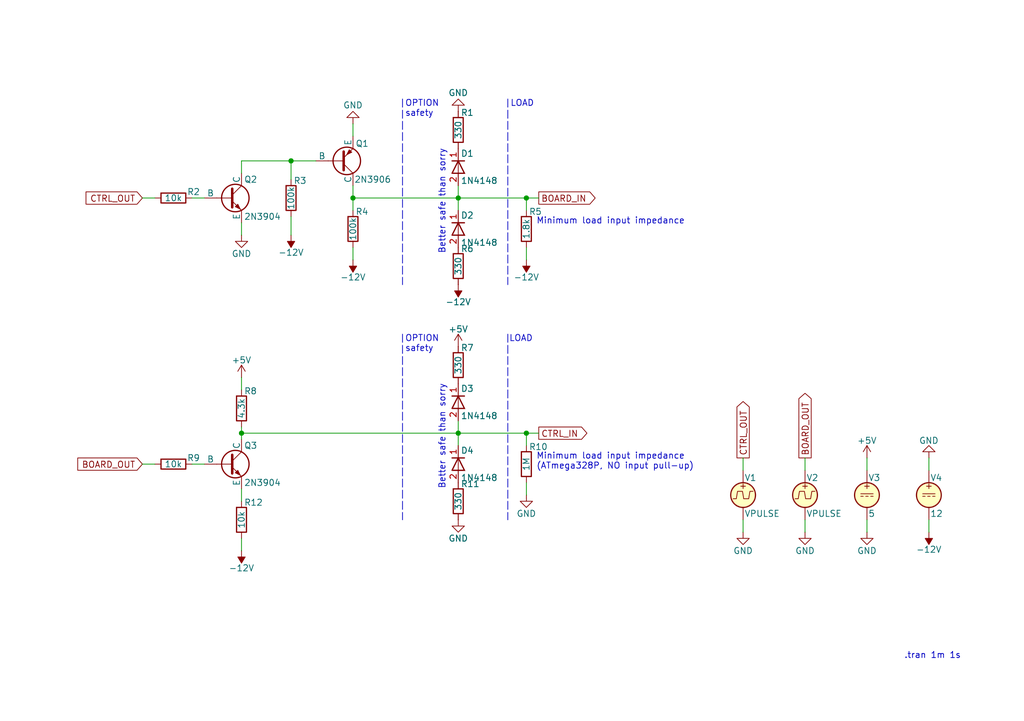
<source format=kicad_sch>
(kicad_sch (version 20250114) (generator "eeschema") (generator_version "9.0")
  (paper "A5")
  (title_block (title "Bipolar inverter") (date "2025-09-11") (rev "1.0") (comment 1 "Copyright (c) 2025 by Filip Pynckels & Robin Pynckels"))
  (lib_symbols
    (symbol "Device:R" (pin_numbers (hide yes)) (pin_names (offset 0))
      (property "Reference" "R" (at 2.032 0 90))
      (property "Value" "R" (at 0 0 90))
      (symbol "R_0_1"
        (rectangle (start -1.016 -2.54) (end 1.016 2.54) (stroke (width 0.254)))
      )
      (symbol "R_1_1"
        (pin passive line (at 0 3.81 270) (length 1.27) (name "~") (number "1"))
        (pin passive line (at 0 -3.81 90) (length 1.27) (name "~") (number "2"))
      )
    )
    (symbol "Simulation_SPICE:D" (pin_names (offset 1.016) (hide yes))
      (property "Reference" "D" (at 0 2.54 0))
      (property "Value" "D" (at 0 -2.54 0))
      (symbol "D_0_1"
        (polyline (pts (xy -1.27 1.27) (xy -1.27 -1.27)) (stroke (width 0.254)))
        (polyline (pts (xy 1.27 1.27) (xy 1.27 -1.27) (xy -1.27 0) (xy 1.27 1.27)) (stroke (width 0.254)))
        (polyline (pts (xy 1.27 0) (xy -1.27 0)))
      )
      (symbol "D_1_1"
        (pin passive line (at -3.81 0 0) (length 2.54) (name "K") (number "1"))
        (pin passive line (at 3.81 0 180) (length 2.54) (name "A") (number "2"))
      )
    )
    (symbol "Simulation_SPICE:NPN" (pin_numbers (hide yes)) (pin_names (offset 0))
      (property "Reference" "Q" (at -2.54 7.62 0))
      (property "Value" "NPN" (at -2.54 5.08 0))
      (symbol "NPN_0_1"
        (polyline (pts (xy -2.54 0) (xy 0.635 0)) (stroke (width 0.1524)))
        (polyline (pts (xy 0.635 1.905) (xy 0.635 -1.905) (xy 0.635 -1.905)) (stroke (width 0.508)))
        (polyline (pts (xy 0.635 0.635) (xy 2.54 2.54)))
        (polyline (pts (xy 0.635 -0.635) (xy 2.54 -2.54) (xy 2.54 -2.54)))
        (circle (center 1.27 0) (radius 2.8194) (stroke (width 0.254)))
        (polyline (pts (xy 1.27 -1.778) (xy 1.778 -1.27) (xy 2.286 -2.286) (xy 1.27 -1.778) (xy 1.27 -1.778)) (fill (type outline)))
        (polyline (pts (xy 2.794 -1.27) (xy 2.794 -1.27)) (stroke (width 0.1524)))
        (polyline (pts (xy 2.794 -1.27) (xy 2.794 -1.27)) (stroke (width 0.1524)))
      )
      (symbol "NPN_1_1"
        (pin input line (at -5.08 0 0) (length 2.54) (name "B") (number "2"))
        (pin open_collector line (at 2.54 5.08 270) (length 2.54) (name "C") (number "1"))
        (pin open_emitter line (at 2.54 -5.08 90) (length 2.54) (name "E") (number "3"))
      )
    )
    (symbol "Simulation_SPICE:PNP" (pin_numbers (hide yes)) (pin_names (offset 0))
      (property "Reference" "Q" (at -2.54 7.62 0))
      (property "Value" "PNP" (at -2.54 5.08 0))
      (symbol "PNP_0_1"
        (polyline (pts (xy -2.54 0) (xy 0.635 0)) (stroke (width 0.1524)))
        (polyline (pts (xy 0.635 1.905) (xy 0.635 -1.905) (xy 0.635 -1.905)) (stroke (width 0.508)))
        (polyline (pts (xy 0.635 0.635) (xy 2.54 2.54)))
        (polyline (pts (xy 0.635 -0.635) (xy 2.54 -2.54) (xy 2.54 -2.54)))
        (circle (center 1.27 0) (radius 2.8194) (stroke (width 0.254)))
        (polyline (pts (xy 2.286 -1.778) (xy 1.778 -2.286) (xy 1.27 -1.27) (xy 2.286 -1.778) (xy 2.286 -1.778)) (fill (type outline)))
      )
      (symbol "PNP_1_1"
        (pin input line (at -5.08 0 0) (length 2.54) (name "B") (number "2"))
        (pin open_collector line (at 2.54 5.08 270) (length 2.54) (name "C") (number "1"))
        (pin open_emitter line (at 2.54 -5.08 90) (length 2.54) (name "E") (number "3"))
      )
    )
    (symbol "Simulation_SPICE:VDC" (pin_numbers (hide yes)) (pin_names (offset 0.0254))
      (property "Reference" "V" (at 2.54 2.54 0))
      (property "Value" "1" (at 2.54 0 0))
      (symbol "VDC_0_0"
        (polyline (pts (xy -1.27 0.254) (xy 1.27 0.254)))
        (polyline (pts (xy -0.762 -0.254) (xy -1.27 -0.254)))
        (polyline (pts (xy 0.254 -0.254) (xy -0.254 -0.254)))
        (polyline (pts (xy 1.27 -0.254) (xy 0.762 -0.254)))
        (text "+" (at 0 1.905 0) (effects (font (size 1.27 1.27))))
      )
      (symbol "VDC_0_1"
        (circle (center 0 0) (radius 2.54) (stroke (width 0.254)) (fill (type background)))
      )
      (symbol "VDC_1_1"
        (pin passive line (at 0 5.08 270) (length 2.54) (name "~") (number "1"))
        (pin passive line (at 0 -5.08 90) (length 2.54) (name "~") (number "2"))
      )
    )
    (symbol "Simulation_SPICE:VPULSE" (pin_numbers (hide yes)) (pin_names (offset 0.0254))
      (property "Reference" "V" (at 2.54 2.54 0))
      (property "Value" "VPULSE" (at 2.54 0 0))
      (property "Sim.Params" "y1=0 y2=1 td=2n tr=2n tf=2n tw=50n per=100n" (at 2.54 -2.54 0))
      (symbol "VPULSE_0_0"
        (polyline (pts (xy -2.032 -0.762) (xy -1.397 -0.762) (xy -1.143 0.762) (xy -0.127 0.762) (xy 0.127 -0.762) (xy 1.143 -0.762) (xy 1.397 0.762) (xy 2.032 0.762)))
        (text "+" (at 0 1.905 0) (effects (font (size 1.27 1.27))))
      )
      (symbol "VPULSE_0_1"
        (circle (center 0 0) (radius 2.54) (stroke (width 0.254)) (fill (type background)))
      )
      (symbol "VPULSE_1_1"
        (pin passive line (at 0 5.08 270) (length 2.54) (name "~") (number "1"))
        (pin passive line (at 0 -5.08 90) (length 2.54) (name "~") (number "2"))
      )
    )
    (symbol "power:+5V" (power) (pin_numbers (hide yes)) (pin_names (offset 0) (hide yes))
      (property "Value" "+5V" (at 0 3.556 0))
      (symbol "+5V_0_1"
        (polyline (pts (xy -0.762 1.27) (xy 0 2.54)))
        (polyline (pts (xy 0 2.54) (xy 0.762 1.27)))
        (polyline (pts (xy 0 0) (xy 0 2.54)))
      )
      (symbol "+5V_1_1"
        (pin power_in line (at 0 0 90) (length 0) (name "~") (number "1"))
      )
    )
    (symbol "power:-12V" (power) (pin_numbers (hide yes)) (pin_names (offset 0) (hide yes))
      (property "Value" "-12V" (at 0 3.556 0))
      (symbol "-12V_0_0"
        (pin power_in line (at 0 0 90) (length 0) (name "~") (number "1"))
      )
      (symbol "-12V_0_1"
        (polyline (pts (xy 0 0) (xy 0 1.27) (xy 0.762 1.27) (xy 0 2.54) (xy -0.762 1.27) (xy 0 1.27)) (fill (type outline)))
      )
    )
    (symbol "power:GND" (power) (pin_numbers (hide yes)) (pin_names (offset 0) (hide yes))
      (property "Value" "GND" (at 0 -3.81 0))
      (symbol "GND_0_1"
        (polyline (pts (xy 0 0) (xy 0 -1.27) (xy 1.27 -1.27) (xy 0 -2.54) (xy -1.27 -1.27) (xy 0 -1.27)))
      )
      (symbol "GND_1_1"
        (pin power_in line (at 0 0 270) (length 0) (name "~") (number "1"))
      )
    )
  )
  (text "Better safe than sorry" (at 90.678 41.402 90) (effects (font (size 1.27 1.27))))
  (text ".tran 1m 1s" (at 191.262 134.62 0) (effects (font (size 1.27 1.27))))
  (text "OPTION\nsafety" (at 83.058 20.574 0) (effects (font (size 1.27 1.27)) (justify left top)))
  (text "LOAD" (at 104.648 20.574 0) (effects (font (size 1.27 1.27)) (justify left top)))
  (text "Minimum load input impedance\n(ATmega328P, NO input pull-up)" (at 109.982 92.964 0) (effects (font (size 1.27 1.27)) (justify left top)))
  (text "Minimum load input impedance" (at 109.982 44.704 0) (effects (font (size 1.27 1.27)) (justify left top)))
  (text "LOAD" (at 104.394 68.834 0) (effects (font (size 1.27 1.27)) (justify left top)))
  (text "Better safe than sorry" (at 90.678 89.662 90) (effects (font (size 1.27 1.27))))
  (text "OPTION\nsafety" (at 83.058 68.834 0) (effects (font (size 1.27 1.27)) (justify left top)))
  (junction (at 107.95 88.9))
  (junction (at 49.53 88.9))
  (junction (at 93.98 40.64))
  (junction (at 93.98 88.9))
  (junction (at 107.95 40.64))
  (junction (at 72.39 40.64))
  (junction (at 59.69 33.02))
  (polyline (pts (xy 82.55 20.32) (xy 82.55 58.42)) (stroke (width 0) (type dash)))
  (wire (pts (xy 29.21 95.25) (xy 31.75 95.25)))
  (wire (pts (xy 49.53 45.72) (xy 49.53 48.26)))
  (wire (pts (xy 107.95 99.06) (xy 107.95 101.6)))
  (wire (pts (xy 49.53 35.56) (xy 49.53 33.02)))
  (wire (pts (xy 165.1 106.68) (xy 165.1 109.22)))
  (polyline (pts (xy 82.55 68.58) (xy 82.55 106.68)) (stroke (width 0) (type dash)))
  (wire (pts (xy 177.8 93.98) (xy 177.8 96.52)))
  (wire (pts (xy 59.69 44.45) (xy 59.69 48.26)))
  (wire (pts (xy 107.95 88.9) (xy 110.49 88.9)))
  (wire (pts (xy 49.53 90.17) (xy 49.53 88.9)))
  (wire (pts (xy 72.39 50.8) (xy 72.39 53.34)))
  (wire (pts (xy 49.53 100.33) (xy 49.53 102.87)))
  (wire (pts (xy 107.95 40.64) (xy 107.95 43.18)))
  (wire (pts (xy 93.98 88.9) (xy 93.98 91.44)))
  (wire (pts (xy 72.39 25.4) (xy 72.39 27.94)))
  (wire (pts (xy 72.39 38.1) (xy 72.39 40.64)))
  (wire (pts (xy 165.1 93.98) (xy 165.1 96.52)))
  (wire (pts (xy 59.69 33.02) (xy 64.77 33.02)))
  (wire (pts (xy 107.95 50.8) (xy 107.95 53.34)))
  (wire (pts (xy 107.95 40.64) (xy 110.49 40.64)))
  (wire (pts (xy 49.53 110.49) (xy 49.53 113.03)))
  (wire (pts (xy 39.37 95.25) (xy 41.91 95.25)))
  (wire (pts (xy 93.98 88.9) (xy 107.95 88.9)))
  (wire (pts (xy 72.39 40.64) (xy 93.98 40.64)))
  (wire (pts (xy 93.98 38.1) (xy 93.98 40.64)))
  (polyline (pts (xy 104.14 20.32) (xy 104.14 58.42)) (stroke (width 0) (type dash)))
  (wire (pts (xy 39.37 40.64) (xy 41.91 40.64)))
  (wire (pts (xy 49.53 77.47) (xy 49.53 80.01)))
  (wire (pts (xy 49.53 88.9) (xy 93.98 88.9)))
  (wire (pts (xy 93.98 86.36) (xy 93.98 88.9)))
  (wire (pts (xy 93.98 40.64) (xy 93.98 43.18)))
  (wire (pts (xy 72.39 40.64) (xy 72.39 43.18)))
  (wire (pts (xy 93.98 40.64) (xy 107.95 40.64)))
  (wire (pts (xy 49.53 33.02) (xy 59.69 33.02)))
  (wire (pts (xy 59.69 33.02) (xy 59.69 36.83)))
  (wire (pts (xy 152.4 93.98) (xy 152.4 96.52)))
  (wire (pts (xy 29.21 40.64) (xy 31.75 40.64)))
  (wire (pts (xy 190.5 93.98) (xy 190.5 96.52)))
  (wire (pts (xy 177.8 106.68) (xy 177.8 109.22)))
  (wire (pts (xy 49.53 88.9) (xy 49.53 87.63)))
  (polyline (pts (xy 104.14 68.58) (xy 104.14 106.68)) (stroke (width 0) (type dash)))
  (wire (pts (xy 107.95 88.9) (xy 107.95 91.44)))
  (wire (pts (xy 152.4 106.68) (xy 152.4 109.22)))
  (wire (pts (xy 190.5 106.68) (xy 190.5 109.22)))
  (global_label "BOARD_OUT" (shape input) (at 29.21 95.25 180) (property "Intersheetrefs" "${INTERSHEET_REFS}" (effects (hide yes))))
  (global_label "BOARD_OUT" (shape output) (at 165.1 93.98 90) (property "Intersheetrefs" "${INTERSHEET_REFS}" (effects (hide yes))))
  (global_label "BOARD_IN" (shape output) (at 110.49 40.64 0) (property "Intersheetrefs" "${INTERSHEET_REFS}" (effects (hide yes))))
  (global_label "CTRL_OUT" (shape input) (at 29.21 40.64 180) (property "Intersheetrefs" "${INTERSHEET_REFS}" (effects (hide yes))))
  (global_label "CTRL_IN" (shape output) (at 110.49 88.9 0) (property "Intersheetrefs" "${INTERSHEET_REFS}" (effects (hide yes))))
  (global_label "CTRL_OUT" (shape output) (at 152.4 93.98 90) (property "Intersheetrefs" "${INTERSHEET_REFS}" (effects (hide yes))))
  (symbol (lib_id "power:+5V") (at 177.8 93.98 0) (unit 1)
    (property "Reference" "#PWR010" (effects (hide yes)))
    (property "Value" "+5V" (at 177.8 90.424 0))
    (property "Description" "Power symbol creates a global label with name \"+5V\"" (effects (hide yes)))
  )
  (symbol (lib_id "power:GND") (at 165.1 109.22 0) (unit 1)
    (property "Reference" "#PWR015" (effects (hide yes)))
    (property "Value" "GND" (at 165.1 113.03 0))
    (property "Description" "Power symbol creates a global label with name \"GND\" , ground" (effects (hide yes)))
  )
  (symbol (lib_id "power:GND") (at 177.8 109.22 0) (unit 1)
    (property "Reference" "#PWR016" (effects (hide yes)))
    (property "Value" "GND" (at 177.8 113.03 0))
    (property "Description" "Power symbol creates a global label with name \"GND\" , ground" (effects (hide yes)))
  )
  (symbol (lib_id "Simulation_SPICE:D") (at 93.98 34.29 270) (unit 1)
    (property "Reference" "D1" (at 94.488 31.496 90) (effects (justify left)))
    (property "Value" "1N4148" (at 94.488 37.084 90) (effects (justify left)))
    (property "Datasheet" "https://ngspice.sourceforge.io/docs/ngspice-html-manual/manual.xhtml#cha_DIODEs" (effects (hide yes)))
    (property "Description" "Diode for simulation or PCB" (effects (hide yes)))
    (property "Sim.Device" "D" (effects (hide yes)))
    (property "Sim.Pins" "1=K 2=A" (effects (hide yes)))
    (property "Sim.Library" "libraries/1N4148.spice" (effects (hide yes)))
    (property "Sim.Name" "D1N4148" (effects (hide yes)))
  )
  (symbol (lib_id "power:-12V") (at 59.69 48.26 180) (unit 1)
    (property "Reference" "#PWR04" (effects (hide yes)))
    (property "Value" "-12V" (at 59.69 51.816 0))
    (property "Description" "Power symbol creates a global label with name \"-12V\"" (effects (hide yes)))
  )
  (symbol (lib_id "power:GND") (at 152.4 109.22 0) (unit 1)
    (property "Reference" "#PWR014" (effects (hide yes)))
    (property "Value" "GND" (at 152.4 113.03 0))
    (property "Description" "Power symbol creates a global label with name \"GND\" , ground" (effects (hide yes)))
  )
  (symbol (lib_id "power:-12V") (at 190.5 109.22 180) (unit 1)
    (property "Reference" "#PWR017" (effects (hide yes)))
    (property "Value" "-12V" (at 190.5 112.776 0))
    (property "Description" "Power symbol creates a global label with name \"-12V\"" (effects (hide yes)))
  )
  (symbol (lib_id "power:GND") (at 190.5 93.98 180) (unit 1)
    (property "Reference" "#PWR011" (effects (hide yes)))
    (property "Value" "GND" (at 190.5 90.424 0))
    (property "Description" "Power symbol creates a global label with name \"GND\" , ground" (effects (hide yes)))
  )
  (symbol (lib_id "power:+5V") (at 49.53 77.47 0) (unit 1)
    (property "Reference" "#PWR09" (effects (hide yes)))
    (property "Value" "+5V" (at 49.53 73.914 0))
    (property "Description" "Power symbol creates a global label with name \"+5V\"" (effects (hide yes)))
  )
  (symbol (lib_id "power:GND") (at 107.95 101.6 0) (unit 1)
    (property "Reference" "#PWR012" (effects (hide yes)))
    (property "Value" "GND" (at 107.95 105.41 0))
    (property "Description" "Power symbol creates a global label with name \"GND\" , ground" (effects (hide yes)))
  )
  (symbol (lib_id "Simulation_SPICE:D") (at 93.98 46.99 270) (unit 1)
    (property "Reference" "D2" (at 94.488 44.196 90) (effects (justify left)))
    (property "Value" "1N4148" (at 94.488 49.784 90) (effects (justify left)))
    (property "Datasheet" "https://ngspice.sourceforge.io/docs/ngspice-html-manual/manual.xhtml#cha_DIODEs" (effects (hide yes)))
    (property "Description" "Diode for simulation or PCB" (effects (hide yes)))
    (property "Sim.Device" "D" (effects (hide yes)))
    (property "Sim.Pins" "1=K 2=A" (effects (hide yes)))
    (property "Sim.Library" "libraries/1N4148.spice" (effects (hide yes)))
    (property "Sim.Name" "D1N4148" (effects (hide yes)))
  )
  (symbol (lib_id "power:GND") (at 93.98 22.86 180) (unit 1)
    (property "Reference" "#PWR01" (effects (hide yes)))
    (property "Value" "GND" (at 93.98 19.05 0))
    (property "Description" "Power symbol creates a global label with name \"GND\" , ground" (effects (hide yes)))
  )
  (symbol (lib_id "Device:R") (at 35.56 95.25 270) (unit 1)
    (property "Reference" "R9" (at 38.354 93.98 90) (effects (justify left)))
    (property "Value" "10k" (at 35.56 95.25 90))
    (property "Description" "Resistor" (effects (hide yes)))
  )
  (symbol (lib_id "Device:R") (at 93.98 26.67 0) (unit 1)
    (property "Reference" "R1" (at 94.488 23.114 0) (effects (justify left)))
    (property "Value" "330" (at 93.98 26.67 90))
    (property "Description" "Resistor" (effects (hide yes)))
  )
  (symbol (lib_id "power:GND") (at 72.39 25.4 180) (unit 1)
    (property "Reference" "#PWR02" (effects (hide yes)))
    (property "Value" "GND" (at 72.39 21.59 0))
    (property "Description" "Power symbol creates a global label with name \"GND\" , ground" (effects (hide yes)))
  )
  (symbol (lib_id "power:-12V") (at 72.39 53.34 180) (unit 1)
    (property "Reference" "#PWR05" (effects (hide yes)))
    (property "Value" "-12V" (at 72.39 56.896 0))
    (property "Description" "Power symbol creates a global label with name \"-12V\"" (effects (hide yes)))
  )
  (symbol (lib_id "Device:R") (at 49.53 106.68 0) (unit 1)
    (property "Reference" "R12" (at 50.038 103.124 0) (effects (justify left)))
    (property "Value" "10k" (at 49.53 106.68 90))
    (property "Description" "Resistor" (effects (hide yes)))
  )
  (symbol (lib_id "Device:R") (at 107.95 95.25 0) (unit 1)
    (property "Reference" "R10" (at 108.458 91.694 0) (effects (justify left)))
    (property "Value" "1M" (at 107.95 95.25 90))
    (property "Description" "Resistor" (effects (hide yes)))
  )
  (symbol (lib_id "power:GND") (at 93.98 106.68 0) (unit 1)
    (property "Reference" "#PWR013" (effects (hide yes)))
    (property "Value" "GND" (at 93.98 110.49 0))
    (property "Description" "Power symbol creates a global label with name \"GND\" , ground" (effects (hide yes)))
  )
  (symbol (lib_id "power:GND") (at 49.53 48.26 0) (unit 1)
    (property "Reference" "#PWR03" (effects (hide yes)))
    (property "Value" "GND" (at 49.53 52.07 0))
    (property "Description" "Power symbol creates a global label with name \"GND\" , ground" (effects (hide yes)))
  )
  (symbol (lib_id "Device:R") (at 49.53 83.82 0) (unit 1)
    (property "Reference" "R8" (at 50.038 80.264 0) (effects (justify left)))
    (property "Value" "4.3k" (at 49.53 83.82 90))
    (property "Description" "Resistor" (effects (hide yes)))
  )
  (symbol (lib_id "Simulation_SPICE:VPULSE") (at 165.1 101.6 0) (unit 1)
    (property "Reference" "V2" (at 165.354 98.044 0) (effects (justify left)))
    (property "Value" "VPULSE" (at 165.354 105.41 0) (effects (justify left)))
    (property "Datasheet" "https://ngspice.sourceforge.io/docs/ngspice-html-manual/manual.xhtml#sec_Independent_Sources_for" (effects (hide yes)))
    (property "Description" "Voltage source, pulse" (effects (hide yes)))
    (property "Sim.Pins" "1=+ 2=-" (effects (hide yes)))
    (property "Sim.Type" "PULSE" (effects (hide yes)))
    (property "Sim.Device" "V" (effects (hide yes)))
    (property "Sim.Params" "y1=0 y2=-12 td=2n tr=2n tf=2n tw=250m per=500m" (effects (hide yes)))
  )
  (symbol (lib_id "Device:R") (at 72.39 46.99 0) (unit 1)
    (property "Reference" "R4" (at 72.898 43.434 0) (effects (justify left)))
    (property "Value" "100k" (at 72.39 46.99 90))
    (property "Description" "Resistor" (effects (hide yes)))
  )
  (symbol (lib_id "Simulation_SPICE:PNP") (at 69.85 33.02 0) (mirror x) (unit 1)
    (property "Reference" "Q1" (at 72.898 29.464 0) (effects (justify left)))
    (property "Value" "2N3906" (at 72.644 36.83 0) (effects (justify left)))
    (property "Datasheet" "https://ngspice.sourceforge.io/docs/ngspice-html-manual/manual.xhtml#cha_BJTs" (effects (hide yes)))
    (property "Description" "Bipolar transistor symbol for simulation only, substrate tied to the emitter" (effects (hide yes)))
    (property "Sim.Device" "PNP" (effects (hide yes)))
    (property "Sim.Type" "GUMMELPOON" (effects (hide yes)))
    (property "Sim.Pins" "1=C 2=B 3=E" (effects (hide yes)))
    (property "Sim.Library" "libraries/2N3906.spice" (effects (hide yes)))
    (property "Sim.Name" "2N3906" (effects (hide yes)))
  )
  (symbol (lib_id "Simulation_SPICE:VDC") (at 177.8 101.6 0) (unit 1)
    (property "Reference" "V3" (at 178.054 98.044 0) (effects (justify left)))
    (property "Value" "5" (at 178.054 105.41 0) (effects (justify left)))
    (property "Datasheet" "https://ngspice.sourceforge.io/docs/ngspice-html-manual/manual.xhtml#sec_Independent_Sources_for" (effects (hide yes)))
    (property "Description" "Voltage source, DC" (effects (hide yes)))
    (property "Sim.Pins" "1=+ 2=-" (effects (hide yes)))
    (property "Sim.Type" "DC" (effects (hide yes)))
    (property "Sim.Device" "V" (effects (hide yes)))
  )
  (symbol (lib_id "power:-12V") (at 49.53 113.03 180) (unit 1)
    (property "Reference" "#PWR018" (effects (hide yes)))
    (property "Value" "-12V" (at 49.53 116.586 0))
    (property "Description" "Power symbol creates a global label with name \"-12V\"" (effects (hide yes)))
  )
  (symbol (lib_id "Device:R") (at 93.98 102.87 0) (unit 1)
    (property "Reference" "R11" (at 94.488 99.314 0) (effects (justify left)))
    (property "Value" "330" (at 93.98 102.87 90))
    (property "Description" "Resistor" (effects (hide yes)))
  )
  (symbol (lib_id "power:-12V") (at 107.95 53.34 180) (unit 1)
    (property "Reference" "#PWR06" (effects (hide yes)))
    (property "Value" "-12V" (at 107.95 56.896 0))
    (property "Description" "Power symbol creates a global label with name \"-12V\"" (effects (hide yes)))
  )
  (symbol (lib_id "Simulation_SPICE:VPULSE") (at 152.4 101.6 0) (unit 1)
    (property "Reference" "V1" (at 152.654 98.044 0) (effects (justify left)))
    (property "Value" "VPULSE" (at 152.654 105.41 0) (effects (justify left)))
    (property "Datasheet" "https://ngspice.sourceforge.io/docs/ngspice-html-manual/manual.xhtml#sec_Independent_Sources_for" (effects (hide yes)))
    (property "Description" "Voltage source, pulse" (effects (hide yes)))
    (property "Sim.Pins" "1=+ 2=-" (effects (hide yes)))
    (property "Sim.Type" "PULSE" (effects (hide yes)))
    (property "Sim.Device" "V" (effects (hide yes)))
    (property "Sim.Params" "y1=0 y2=5 td=2n tr=2n tf=2n tw=250m per=500m" (effects (hide yes)))
  )
  (symbol (lib_id "Simulation_SPICE:D") (at 93.98 95.25 270) (unit 1)
    (property "Reference" "D4" (at 94.488 92.456 90) (effects (justify left)))
    (property "Value" "1N4148" (at 94.488 98.044 90) (effects (justify left)))
    (property "Datasheet" "https://ngspice.sourceforge.io/docs/ngspice-html-manual/manual.xhtml#cha_DIODEs" (effects (hide yes)))
    (property "Description" "Diode for simulation or PCB" (effects (hide yes)))
    (property "Sim.Device" "D" (effects (hide yes)))
    (property "Sim.Pins" "1=K 2=A" (effects (hide yes)))
    (property "Sim.Library" "libraries/1N4148.spice" (effects (hide yes)))
    (property "Sim.Name" "D1N4148" (effects (hide yes)))
  )
  (symbol (lib_id "power:-12V") (at 93.98 58.42 180) (unit 1)
    (property "Reference" "#PWR07" (effects (hide yes)))
    (property "Value" "-12V" (at 93.98 61.976 0))
    (property "Description" "Power symbol creates a global label with name \"-12V\"" (effects (hide yes)))
  )
  (symbol (lib_id "Simulation_SPICE:NPN") (at 46.99 40.64 0) (unit 1)
    (property "Reference" "Q2" (at 50.038 36.83 0) (effects (justify left)))
    (property "Value" "2N3904" (at 50.038 44.45 0) (effects (justify left)))
    (property "Datasheet" "https://ngspice.sourceforge.io/docs/ngspice-html-manual/manual.xhtml#cha_BJTs" (effects (hide yes)))
    (property "Description" "Bipolar transistor symbol for simulation only, substrate tied to the emitter" (effects (hide yes)))
    (property "Sim.Device" "NPN" (effects (hide yes)))
    (property "Sim.Type" "GUMMELPOON" (effects (hide yes)))
    (property "Sim.Pins" "1=C 2=B 3=E" (effects (hide yes)))
    (property "Sim.Library" "libraries/2N3904.spice" (effects (hide yes)))
    (property "Sim.Name" "2N3904" (effects (hide yes)))
  )
  (symbol (lib_id "Simulation_SPICE:NPN") (at 46.99 95.25 0) (unit 1)
    (property "Reference" "Q3" (at 50.038 91.44 0) (effects (justify left)))
    (property "Value" "2N3904" (at 50.038 99.06 0) (effects (justify left)))
    (property "Datasheet" "https://ngspice.sourceforge.io/docs/ngspice-html-manual/manual.xhtml#cha_BJTs" (effects (hide yes)))
    (property "Description" "Bipolar transistor symbol for simulation only, substrate tied to the emitter" (effects (hide yes)))
    (property "Sim.Device" "NPN" (effects (hide yes)))
    (property "Sim.Type" "GUMMELPOON" (effects (hide yes)))
    (property "Sim.Pins" "1=C 2=B 3=E" (effects (hide yes)))
  )
  (symbol (lib_id "Device:R") (at 93.98 54.61 0) (unit 1)
    (property "Reference" "R6" (at 94.488 51.054 0) (effects (justify left)))
    (property "Value" "330" (at 93.98 54.61 90))
    (property "Description" "Resistor" (effects (hide yes)))
  )
  (symbol (lib_id "Simulation_SPICE:D") (at 93.98 82.55 270) (unit 1)
    (property "Reference" "D3" (at 94.488 79.756 90) (effects (justify left)))
    (property "Value" "1N4148" (at 94.488 85.344 90) (effects (justify left)))
    (property "Datasheet" "https://ngspice.sourceforge.io/docs/ngspice-html-manual/manual.xhtml#cha_DIODEs" (effects (hide yes)))
    (property "Description" "Diode for simulation or PCB" (effects (hide yes)))
    (property "Sim.Device" "D" (effects (hide yes)))
    (property "Sim.Pins" "1=K 2=A" (effects (hide yes)))
    (property "Sim.Library" "libraries/1N4148.spice" (effects (hide yes)))
    (property "Sim.Name" "D1N4148" (effects (hide yes)))
  )
  (symbol (lib_id "Simulation_SPICE:VDC") (at 190.5 101.6 0) (unit 1)
    (property "Reference" "V4" (at 190.754 98.044 0) (effects (justify left)))
    (property "Value" "12" (at 190.754 105.41 0) (effects (justify left)))
    (property "Datasheet" "https://ngspice.sourceforge.io/docs/ngspice-html-manual/manual.xhtml#sec_Independent_Sources_for" (effects (hide yes)))
    (property "Description" "Voltage source, DC" (effects (hide yes)))
    (property "Sim.Pins" "1=+ 2=-" (effects (hide yes)))
    (property "Sim.Type" "DC" (effects (hide yes)))
    (property "Sim.Device" "V" (effects (hide yes)))
  )
  (symbol (lib_id "Device:R") (at 35.56 40.64 270) (unit 1)
    (property "Reference" "R2" (at 38.354 39.37 90) (effects (justify left)))
    (property "Value" "10k" (at 35.56 40.64 90))
    (property "Description" "Resistor" (effects (hide yes)))
  )
  (symbol (lib_id "Device:R") (at 59.69 40.64 0) (unit 1)
    (property "Reference" "R3" (at 60.198 37.084 0) (effects (justify left)))
    (property "Value" "100k" (at 59.69 40.64 90))
    (property "Description" "Resistor" (effects (hide yes)))
  )
  (symbol (lib_id "Device:R") (at 107.95 46.99 0) (unit 1)
    (property "Reference" "R5" (at 108.458 43.434 0) (effects (justify left)))
    (property "Value" "1.8k" (at 107.95 46.99 90))
    (property "Description" "Resistor" (effects (hide yes)))
  )
  (symbol (lib_id "Device:R") (at 93.98 74.93 0) (unit 1)
    (property "Reference" "R7" (at 94.488 71.374 0) (effects (justify left)))
    (property "Value" "330" (at 93.98 74.93 90))
    (property "Description" "Resistor" (effects (hide yes)))
  )
  (symbol (lib_id "power:+5V") (at 93.98 71.12 0) (unit 1)
    (property "Reference" "#PWR08" (effects (hide yes)))
    (property "Value" "+5V" (at 93.98 67.564 0))
    (property "Description" "Power symbol creates a global label with name \"+5V\"" (effects (hide yes)))
  )
)
</source>
